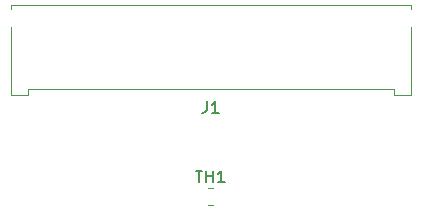
<source format=gbr>
%TF.GenerationSoftware,KiCad,Pcbnew,(6.0.1)*%
%TF.CreationDate,2022-01-25T20:37:15+01:00*%
%TF.ProjectId,V0-UmbilicalBoard,56302d55-6d62-4696-9c69-63616c426f61,rev?*%
%TF.SameCoordinates,Original*%
%TF.FileFunction,Legend,Top*%
%TF.FilePolarity,Positive*%
%FSLAX46Y46*%
G04 Gerber Fmt 4.6, Leading zero omitted, Abs format (unit mm)*
G04 Created by KiCad (PCBNEW (6.0.1)) date 2022-01-25 20:37:15*
%MOMM*%
%LPD*%
G01*
G04 APERTURE LIST*
%ADD10C,0.150000*%
%ADD11C,0.120000*%
G04 APERTURE END LIST*
D10*
%TO.C,J1*%
X99666666Y-104622380D02*
X99666666Y-105336666D01*
X99619047Y-105479523D01*
X99523809Y-105574761D01*
X99380952Y-105622380D01*
X99285714Y-105622380D01*
X100666666Y-105622380D02*
X100095238Y-105622380D01*
X100380952Y-105622380D02*
X100380952Y-104622380D01*
X100285714Y-104765238D01*
X100190476Y-104860476D01*
X100095238Y-104908095D01*
%TO.C,TH1*%
X98714285Y-110502380D02*
X99285714Y-110502380D01*
X99000000Y-111502380D02*
X99000000Y-110502380D01*
X99619047Y-111502380D02*
X99619047Y-110502380D01*
X99619047Y-110978571D02*
X100190476Y-110978571D01*
X100190476Y-111502380D02*
X100190476Y-110502380D01*
X101190476Y-111502380D02*
X100619047Y-111502380D01*
X100904761Y-111502380D02*
X100904761Y-110502380D01*
X100809523Y-110645238D01*
X100714285Y-110740476D01*
X100619047Y-110788095D01*
D11*
%TO.C,J1*%
X83065000Y-96490000D02*
X83065000Y-96800000D01*
X84485000Y-103580000D02*
X84485000Y-104080000D01*
X116935000Y-96800000D02*
X116935000Y-96490000D01*
X116935000Y-98320000D02*
X116935000Y-104080000D01*
X83065000Y-104080000D02*
X83065000Y-98320000D01*
X116935000Y-96490000D02*
X83065000Y-96490000D01*
X115515000Y-104080000D02*
X115515000Y-103580000D01*
X115515000Y-103580000D02*
X84485000Y-103580000D01*
X116935000Y-104080000D02*
X115515000Y-104080000D01*
X84485000Y-104080000D02*
X83065000Y-104080000D01*
%TO.C,TH1*%
X99772936Y-111965000D02*
X100227064Y-111965000D01*
X99772936Y-113435000D02*
X100227064Y-113435000D01*
%TD*%
M02*

</source>
